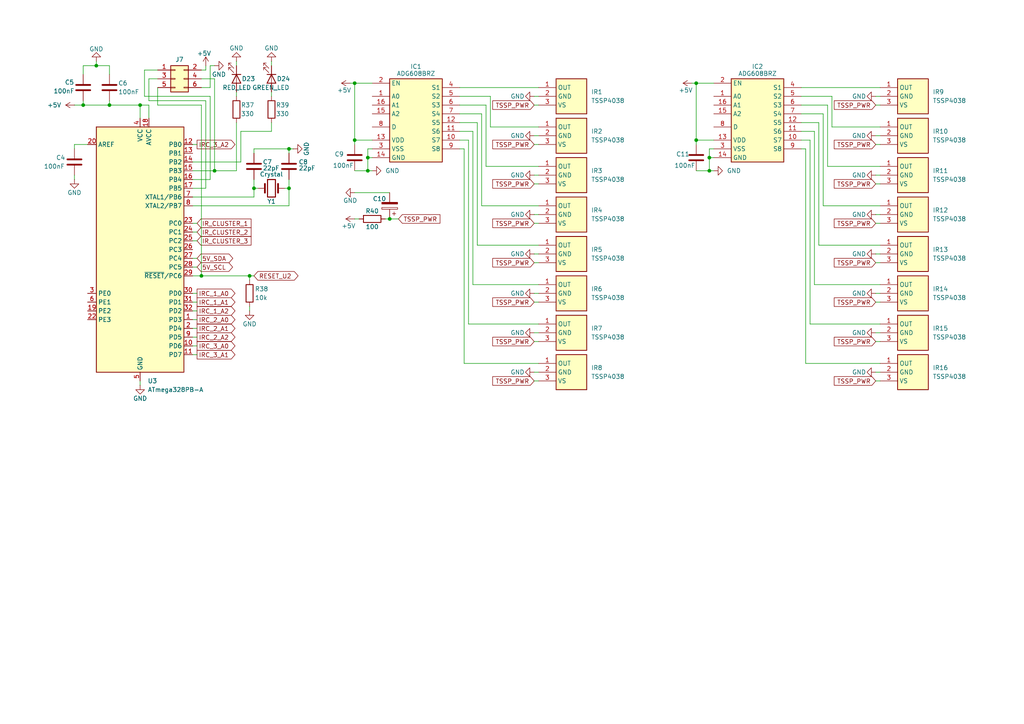
<source format=kicad_sch>
(kicad_sch (version 20250114) (generator "eeschema") (generator_version "9.0")
  (paper "A4")
  (lib_symbols
    (symbol "ADG608BRZ:ADG608BRZ"
      (property "Reference" "IC" (at 21.59 7.62 0))
      (property "Value" "ADG608BRZ" (at 21.59 5.08 0))
      (symbol "ADG608BRZ_1_1"
        (rectangle (start 5.08 2.54) (end 20.32 -21.59) (stroke (width 0.254)) (fill (type background)))
        (pin passive line (at 0 1.27 0) (length 5.08) (name "EN") (number "2"))
        (pin passive line (at 0 -2.54 0) (length 5.08) (name "A0") (number "1"))
        (pin passive line (at 0 -5.08 0) (length 5.08) (name "A1") (number "16"))
        (pin passive line (at 0 -7.62 0) (length 5.08) (name "A2") (number "15"))
        (pin passive line (at 0 -11.43 0) (length 5.08) (name "D") (number "8"))
        (pin passive line (at 0 -15.24 0) (length 5.08) (name "VDD") (number "13"))
        (pin passive line (at 0 -17.78 0) (length 5.08) (name "VSS") (number "3"))
        (pin passive line (at 0 -20.32 0) (length 5.08) (name "GND") (number "14"))
        (pin passive line (at 25.4 0 180) (length 5.08) (name "S1") (number "4"))
        (pin passive line (at 25.4 -2.54 180) (length 5.08) (name "S2") (number "5"))
        (pin passive line (at 25.4 -5.08 180) (length 5.08) (name "S3") (number "6"))
        (pin passive line (at 25.4 -7.62 180) (length 5.08) (name "S4") (number "7"))
        (pin passive line (at 25.4 -10.16 180) (length 5.08) (name "S5") (number "12"))
        (pin passive line (at 25.4 -12.7 180) (length 5.08) (name "S6") (number "11"))
        (pin passive line (at 25.4 -15.24 180) (length 5.08) (name "S7") (number "10"))
        (pin passive line (at 25.4 -17.78 180) (length 5.08) (name "S8") (number "9"))
      )
    )
    (symbol "Connector_Generic:Conn_02x03_Odd_Even" (pin_names (offset 1.016) (hide yes))
      (property "Reference" "J" (at 1.27 5.08 0))
      (property "Value" "Conn_02x03_Odd_Even" (at 1.27 -5.08 0))
      (symbol "Conn_02x03_Odd_Even_1_1"
        (rectangle (start -1.27 3.81) (end 3.81 -3.81) (stroke (width 0.254)) (fill (type background)))
        (rectangle (start -1.27 2.667) (end 0 2.413) (stroke (width 0.1524)))
        (rectangle (start -1.27 0.127) (end 0 -0.127) (stroke (width 0.1524)))
        (rectangle (start -1.27 -2.413) (end 0 -2.667) (stroke (width 0.1524)))
        (rectangle (start 3.81 2.667) (end 2.54 2.413) (stroke (width 0.1524)))
        (rectangle (start 3.81 0.127) (end 2.54 -0.127) (stroke (width 0.1524)))
        (rectangle (start 3.81 -2.413) (end 2.54 -2.667) (stroke (width 0.1524)))
        (pin passive line (at -5.08 2.54 0) (length 3.81) (name "Pin_1") (number "1"))
        (pin passive line (at -5.08 0 0) (length 3.81) (name "Pin_3") (number "3"))
        (pin passive line (at -5.08 -2.54 0) (length 3.81) (name "Pin_5") (number "5"))
        (pin passive line (at 7.62 2.54 180) (length 3.81) (name "Pin_2") (number "2"))
        (pin passive line (at 7.62 0 180) (length 3.81) (name "Pin_4") (number "4"))
        (pin passive line (at 7.62 -2.54 180) (length 3.81) (name "Pin_6") (number "6"))
      )
    )
    (symbol "Device:C" (pin_numbers (hide yes)) (pin_names (offset 0.254))
      (property "Reference" "C" (at 0.635 2.54 0))
      (property "Value" "C" (at 0.635 -2.54 0))
      (symbol "C_0_1"
        (polyline (pts (xy -2.032 0.762) (xy 2.032 0.762)) (stroke (width 0.508)))
        (polyline (pts (xy -2.032 -0.762) (xy 2.032 -0.762)) (stroke (width 0.508)))
      )
      (symbol "C_1_1"
        (pin passive line (at 0 3.81 270) (length 2.794) (name "~") (number "1"))
        (pin passive line (at 0 -3.81 90) (length 2.794) (name "~") (number "2"))
      )
    )
    (symbol "Device:C_Polarized" (pin_numbers (hide yes)) (pin_names (offset 0.254))
      (property "Reference" "C" (at 0.635 2.54 0))
      (property "Value" "C_Polarized" (at 0.635 -2.54 0))
      (symbol "C_Polarized_0_1"
        (rectangle (start -2.286 0.508) (end 2.286 1.016))
        (polyline (pts (xy -1.778 2.286) (xy -0.762 2.286)))
        (polyline (pts (xy -1.27 2.794) (xy -1.27 1.778)))
        (rectangle (start 2.286 -0.508) (end -2.286 -1.016) (fill (type outline)))
      )
      (symbol "C_Polarized_1_1"
        (pin passive line (at 0 3.81 270) (length 2.794) (name "~") (number "1"))
        (pin passive line (at 0 -3.81 90) (length 2.794) (name "~") (number "2"))
      )
    )
    (symbol "Device:Crystal" (pin_numbers (hide yes)) (pin_names (offset 1.016) (hide yes))
      (property "Reference" "Y" (at 0 3.81 0))
      (property "Value" "Crystal" (at 0 -3.81 0))
      (symbol "Crystal_0_1"
        (polyline (pts (xy -2.54 0) (xy -1.905 0)))
        (polyline (pts (xy -1.905 -1.27) (xy -1.905 1.27)) (stroke (width 0.508)))
        (rectangle (start -1.143 2.54) (end 1.143 -2.54) (stroke (width 0.3048)))
        (polyline (pts (xy 1.905 -1.27) (xy 1.905 1.27)) (stroke (width 0.508)))
        (polyline (pts (xy 2.54 0) (xy 1.905 0)))
      )
      (symbol "Crystal_1_1"
        (pin passive line (at -3.81 0 0) (length 1.27) (name "1") (number "1"))
        (pin passive line (at 3.81 0 180) (length 1.27) (name "2") (number "2"))
      )
    )
    (symbol "Device:LED" (pin_numbers (hide yes)) (pin_names (offset 1.016) (hide yes))
      (property "Reference" "D" (at 0 2.54 0))
      (property "Value" "LED" (at 0 -2.54 0))
      (symbol "LED_0_1"
        (polyline (pts (xy -3.048 -0.762) (xy -4.572 -2.286) (xy -3.81 -2.286) (xy -4.572 -2.286) (xy -4.572 -1.524)))
        (polyline (pts (xy -1.778 -0.762) (xy -3.302 -2.286) (xy -2.54 -2.286) (xy -3.302 -2.286) (xy -3.302 -1.524)))
        (polyline (pts (xy -1.27 0) (xy 1.27 0)))
        (polyline (pts (xy -1.27 -1.27) (xy -1.27 1.27)) (stroke (width 0.254)))
        (polyline (pts (xy 1.27 -1.27) (xy 1.27 1.27) (xy -1.27 0) (xy 1.27 -1.27)) (stroke (width 0.254)))
      )
      (symbol "LED_1_1"
        (pin passive line (at -3.81 0 0) (length 2.54) (name "K") (number "1"))
        (pin passive line (at 3.81 0 180) (length 2.54) (name "A") (number "2"))
      )
    )
    (symbol "Device:R" (pin_numbers (hide yes)) (pin_names (offset 0))
      (property "Reference" "R" (at 2.032 0 90))
      (property "Value" "R" (at 0 0 90))
      (symbol "R_0_1"
        (rectangle (start -1.016 -2.54) (end 1.016 2.54) (stroke (width 0.254)))
      )
      (symbol "R_1_1"
        (pin passive line (at 0 3.81 270) (length 1.27) (name "~") (number "1"))
        (pin passive line (at 0 -3.81 90) (length 1.27) (name "~") (number "2"))
      )
    )
    (symbol "MCU_Microchip_ATmega:ATmega328PB-A"
      (property "Reference" "U" (at -12.7 36.83 0))
      (property "Value" "ATmega328PB-A" (at 2.54 -36.83 0))
      (symbol "ATmega328PB-A_0_1"
        (rectangle (start -12.7 -35.56) (end 12.7 35.56) (stroke (width 0.254)) (fill (type background)))
      )
      (symbol "ATmega328PB-A_1_1"
        (pin passive line (at -15.24 30.48 0) (length 2.54) (name "AREF") (number "20"))
        (pin bidirectional line (at -15.24 -12.7 0) (length 2.54) (name "PE0") (number "3"))
        (pin bidirectional line (at -15.24 -15.24 0) (length 2.54) (name "PE1") (number "6"))
        (pin bidirectional line (at -15.24 -17.78 0) (length 2.54) (name "PE2") (number "19"))
        (pin bidirectional line (at -15.24 -20.32 0) (length 2.54) (name "PE3") (number "22"))
        (pin power_in line (at 0 38.1 270) (length 2.54) (name "VCC") (number "4"))
        (pin passive line (at 0 -38.1 90) (length 2.54) (hide yes) (name "GND") (number "21"))
        (pin power_in line (at 0 -38.1 90) (length 2.54) (name "GND") (number "5"))
        (pin power_in line (at 2.54 38.1 270) (length 2.54) (name "AVCC") (number "18"))
        (pin bidirectional line (at 15.24 30.48 180) (length 2.54) (name "PB0") (number "12"))
        (pin bidirectional line (at 15.24 27.94 180) (length 2.54) (name "PB1") (number "13"))
        (pin bidirectional line (at 15.24 25.4 180) (length 2.54) (name "PB2") (number "14"))
        (pin bidirectional line (at 15.24 22.86 180) (length 2.54) (name "PB3") (number "15"))
        (pin bidirectional line (at 15.24 20.32 180) (length 2.54) (name "PB4") (number "16"))
        (pin bidirectional line (at 15.24 17.78 180) (length 2.54) (name "PB5") (number "17"))
        (pin bidirectional line (at 15.24 15.24 180) (length 2.54) (name "XTAL1/PB6") (number "7"))
        (pin bidirectional line (at 15.24 12.7 180) (length 2.54) (name "XTAL2/PB7") (number "8"))
        (pin bidirectional line (at 15.24 7.62 180) (length 2.54) (name "PC0") (number "23"))
        (pin bidirectional line (at 15.24 5.08 180) (length 2.54) (name "PC1") (number "24"))
        (pin bidirectional line (at 15.24 2.54 180) (length 2.54) (name "PC2") (number "25"))
        (pin bidirectional line (at 15.24 0 180) (length 2.54) (name "PC3") (number "26"))
        (pin bidirectional line (at 15.24 -2.54 180) (length 2.54) (name "PC4") (number "27"))
        (pin bidirectional line (at 15.24 -5.08 180) (length 2.54) (name "PC5") (number "28"))
        (pin bidirectional line (at 15.24 -7.62 180) (length 2.54) (name "~{RESET}/PC6") (number "29"))
        (pin bidirectional line (at 15.24 -12.7 180) (length 2.54) (name "PD0") (number "30"))
        (pin bidirectional line (at 15.24 -15.24 180) (length 2.54) (name "PD1") (number "31"))
        (pin bidirectional line (at 15.24 -17.78 180) (length 2.54) (name "PD2") (number "32"))
        (pin bidirectional line (at 15.24 -20.32 180) (length 2.54) (name "PD3") (number "1"))
        (pin bidirectional line (at 15.24 -22.86 180) (length 2.54) (name "PD4") (number "2"))
        (pin bidirectional line (at 15.24 -25.4 180) (length 2.54) (name "PD5") (number "9"))
        (pin bidirectional line (at 15.24 -27.94 180) (length 2.54) (name "PD6") (number "10"))
        (pin bidirectional line (at 15.24 -30.48 180) (length 2.54) (name "PD7") (number "11"))
      )
    )
    (symbol "TSSP4038:TSSP4038"
      (property "Reference" "IC" (at 5.334 4.572 0))
      (property "Value" "TSSP4038" (at 4.826 -8.382 0))
      (symbol "TSSP4038_1_1"
        (rectangle (start 5.08 2.54) (end 13.97 -7.62) (stroke (width 0.254)) (fill (type background)))
        (pin passive line (at 0 0 0) (length 5.08) (name "OUT") (number "1"))
        (pin passive line (at 0 -2.54 0) (length 5.08) (name "GND") (number "2"))
        (pin passive line (at 0 -5.08 0) (length 5.08) (name "VS") (number "3"))
      )
    )
    (symbol "power:+5V" (power) (pin_numbers (hide yes)) (pin_names (offset 0) (hide yes))
      (property "Value" "+5V" (at 0 3.556 0))
      (symbol "+5V_0_1"
        (polyline (pts (xy -0.762 1.27) (xy 0 2.54)))
        (polyline (pts (xy 0 2.54) (xy 0.762 1.27)))
        (polyline (pts (xy 0 0) (xy 0 2.54)))
      )
      (symbol "+5V_1_1"
        (pin power_in line (at 0 0 90) (length 0) (name "~") (number "1"))
      )
    )
    (symbol "power:GND" (power) (pin_numbers (hide yes)) (pin_names (offset 0) (hide yes))
      (property "Value" "GND" (at 0 -3.81 0))
      (symbol "GND_0_1"
        (polyline (pts (xy 0 0) (xy 0 -1.27) (xy 1.27 -1.27) (xy 0 -2.54) (xy -1.27 -1.27) (xy 0 -1.27)))
      )
      (symbol "GND_1_1"
        (pin power_in line (at 0 0 270) (length 0) (name "~") (number "1"))
      )
    )
  )
  (junction (at 102.87 24.13))
  (junction (at 72.39 80.01))
  (junction (at 31.75 30.48))
  (junction (at 205.74 49.53))
  (junction (at 201.93 40.64))
  (junction (at 102.87 40.64))
  (junction (at 83.82 43.18))
  (junction (at 24.13 30.48))
  (junction (at 106.68 49.53))
  (junction (at 205.74 45.72))
  (junction (at 113.03 63.5))
  (junction (at 73.66 54.61))
  (junction (at 83.82 54.61))
  (junction (at 201.93 24.13))
  (junction (at 27.94 19.05))
  (junction (at 62.23 49.53))
  (junction (at 106.68 45.72))
  (junction (at 40.64 30.48))
  (junction (at 58.42 80.01))
  (wire (pts (xy 154.94 64.77) (xy 156.21 64.77)))
  (wire (pts (xy 72.39 81.28) (xy 72.39 80.01)))
  (wire (pts (xy 232.41 35.56) (xy 237.49 35.56)))
  (wire (pts (xy 205.74 45.72) (xy 205.74 43.18)))
  (wire (pts (xy 55.88 69.85) (xy 57.15 69.85)))
  (wire (pts (xy 45.72 25.4) (xy 45.72 30.48)))
  (wire (pts (xy 31.75 19.05) (xy 31.75 21.59)))
  (wire (pts (xy 24.13 21.59) (xy 24.13 19.05)))
  (wire (pts (xy 154.94 110.49) (xy 156.21 110.49)))
  (wire (pts (xy 60.96 19.05) (xy 62.23 19.05)))
  (wire (pts (xy 57.15 102.87) (xy 55.88 102.87)))
  (wire (pts (xy 154.94 107.95) (xy 156.21 107.95)))
  (wire (pts (xy 154.94 27.94) (xy 156.21 27.94)))
  (wire (pts (xy 255.27 36.83) (xy 241.3 36.83)))
  (wire (pts (xy 154.94 99.06) (xy 156.21 99.06)))
  (wire (pts (xy 156.21 59.69) (xy 139.7 59.69)))
  (wire (pts (xy 156.21 105.41) (xy 134.62 105.41)))
  (wire (pts (xy 69.85 46.99) (xy 69.85 38.1)))
  (wire (pts (xy 207.01 40.64) (xy 201.93 40.64)))
  (wire (pts (xy 40.64 110.49) (xy 40.64 111.76)))
  (wire (pts (xy 255.27 71.12) (xy 237.49 71.12)))
  (wire (pts (xy 83.82 59.69) (xy 83.82 54.61)))
  (wire (pts (xy 254 87.63) (xy 255.27 87.63)))
  (wire (pts (xy 60.96 52.07) (xy 60.96 27.94)))
  (wire (pts (xy 254 39.37) (xy 255.27 39.37)))
  (wire (pts (xy 102.87 55.88) (xy 113.03 55.88)))
  (wire (pts (xy 43.18 30.48) (xy 40.64 30.48)))
  (wire (pts (xy 200.66 24.13) (xy 201.93 24.13)))
  (wire (pts (xy 58.42 22.86) (xy 62.23 22.86)))
  (wire (pts (xy 57.15 95.25) (xy 55.88 95.25)))
  (wire (pts (xy 234.95 93.98) (xy 234.95 40.64)))
  (wire (pts (xy 55.88 67.31) (xy 57.15 67.31)))
  (wire (pts (xy 154.94 96.52) (xy 156.21 96.52)))
  (wire (pts (xy 43.18 22.86) (xy 45.72 22.86)))
  (wire (pts (xy 133.35 27.94) (xy 142.24 27.94)))
  (wire (pts (xy 40.64 34.29) (xy 40.64 30.48)))
  (wire (pts (xy 205.74 49.53) (xy 205.74 45.72)))
  (wire (pts (xy 83.82 43.18) (xy 73.66 43.18)))
  (wire (pts (xy 106.68 43.18) (xy 107.95 43.18)))
  (wire (pts (xy 154.94 41.91) (xy 156.21 41.91)))
  (wire (pts (xy 83.82 54.61) (xy 83.82 52.07)))
  (wire (pts (xy 57.15 100.33) (xy 55.88 100.33)))
  (wire (pts (xy 57.15 97.79) (xy 55.88 97.79)))
  (wire (pts (xy 59.69 20.32) (xy 58.42 20.32)))
  (wire (pts (xy 232.41 33.02) (xy 238.76 33.02)))
  (wire (pts (xy 60.96 25.4) (xy 58.42 25.4)))
  (wire (pts (xy 85.09 43.18) (xy 83.82 43.18)))
  (wire (pts (xy 254 41.91) (xy 255.27 41.91)))
  (wire (pts (xy 57.15 92.71) (xy 55.88 92.71)))
  (wire (pts (xy 106.68 45.72) (xy 106.68 43.18)))
  (wire (pts (xy 255.27 59.69) (xy 238.76 59.69)))
  (wire (pts (xy 154.94 87.63) (xy 156.21 87.63)))
  (wire (pts (xy 57.15 87.63) (xy 55.88 87.63)))
  (wire (pts (xy 78.74 38.1) (xy 78.74 35.56)))
  (wire (pts (xy 21.59 50.8) (xy 21.59 52.07)))
  (wire (pts (xy 133.35 25.4) (xy 156.21 25.4)))
  (wire (pts (xy 55.88 57.15) (xy 73.66 57.15)))
  (wire (pts (xy 156.21 36.83) (xy 142.24 36.83)))
  (wire (pts (xy 133.35 30.48) (xy 140.97 30.48)))
  (wire (pts (xy 133.35 38.1) (xy 137.16 38.1)))
  (wire (pts (xy 154.94 53.34) (xy 156.21 53.34)))
  (wire (pts (xy 139.7 59.69) (xy 139.7 33.02)))
  (wire (pts (xy 254 85.09) (xy 255.27 85.09)))
  (wire (pts (xy 111.76 63.5) (xy 113.03 63.5)))
  (wire (pts (xy 133.35 40.64) (xy 135.89 40.64)))
  (wire (pts (xy 59.69 20.32) (xy 59.69 19.05)))
  (wire (pts (xy 133.35 43.18) (xy 134.62 43.18)))
  (wire (pts (xy 237.49 71.12) (xy 237.49 35.56)))
  (wire (pts (xy 254 30.48) (xy 255.27 30.48)))
  (wire (pts (xy 107.95 49.53) (xy 106.68 49.53)))
  (wire (pts (xy 154.94 73.66) (xy 156.21 73.66)))
  (wire (pts (xy 255.27 105.41) (xy 233.68 105.41)))
  (wire (pts (xy 254 110.49) (xy 255.27 110.49)))
  (wire (pts (xy 134.62 105.41) (xy 134.62 43.18)))
  (wire (pts (xy 154.94 50.8) (xy 156.21 50.8)))
  (wire (pts (xy 55.88 59.69) (xy 83.82 59.69)))
  (wire (pts (xy 232.41 40.64) (xy 234.95 40.64)))
  (wire (pts (xy 102.87 49.53) (xy 106.68 49.53)))
  (wire (pts (xy 62.23 22.86) (xy 62.23 49.53)))
  (wire (pts (xy 21.59 30.48) (xy 24.13 30.48)))
  (wire (pts (xy 72.39 88.9) (xy 72.39 90.17)))
  (wire (pts (xy 43.18 34.29) (xy 43.18 30.48)))
  (wire (pts (xy 41.91 20.32) (xy 45.72 20.32)))
  (wire (pts (xy 207.01 24.13) (xy 201.93 24.13)))
  (wire (pts (xy 83.82 43.18) (xy 83.82 44.45)))
  (wire (pts (xy 73.66 57.15) (xy 73.66 54.61)))
  (wire (pts (xy 207.01 49.53) (xy 205.74 49.53)))
  (wire (pts (xy 62.23 49.53) (xy 68.58 49.53)))
  (wire (pts (xy 72.39 80.01) (xy 58.42 80.01)))
  (wire (pts (xy 60.96 19.05) (xy 60.96 25.4)))
  (wire (pts (xy 233.68 105.41) (xy 233.68 43.18)))
  (wire (pts (xy 156.21 48.26) (xy 140.97 48.26)))
  (wire (pts (xy 102.87 63.5) (xy 104.14 63.5)))
  (wire (pts (xy 78.74 17.78) (xy 78.74 19.05)))
  (wire (pts (xy 254 50.8) (xy 255.27 50.8)))
  (wire (pts (xy 83.82 54.61) (xy 82.55 54.61)))
  (wire (pts (xy 232.41 38.1) (xy 236.22 38.1)))
  (wire (pts (xy 73.66 43.18) (xy 73.66 44.45)))
  (wire (pts (xy 255.27 82.55) (xy 236.22 82.55)))
  (wire (pts (xy 24.13 19.05) (xy 27.94 19.05)))
  (wire (pts (xy 154.94 39.37) (xy 156.21 39.37)))
  (wire (pts (xy 241.3 36.83) (xy 241.3 27.94)))
  (wire (pts (xy 201.93 40.64) (xy 201.93 41.91)))
  (wire (pts (xy 140.97 48.26) (xy 140.97 30.48)))
  (wire (pts (xy 55.88 64.77) (xy 57.15 64.77)))
  (wire (pts (xy 156.21 93.98) (xy 135.89 93.98)))
  (wire (pts (xy 254 76.2) (xy 255.27 76.2)))
  (wire (pts (xy 58.42 30.48) (xy 58.42 80.01)))
  (wire (pts (xy 240.03 48.26) (xy 240.03 30.48)))
  (wire (pts (xy 201.93 49.53) (xy 205.74 49.53)))
  (wire (pts (xy 107.95 40.64) (xy 102.87 40.64)))
  (wire (pts (xy 254 64.77) (xy 255.27 64.77)))
  (wire (pts (xy 255.27 48.26) (xy 240.03 48.26)))
  (wire (pts (xy 238.76 59.69) (xy 238.76 33.02)))
  (wire (pts (xy 107.95 45.72) (xy 106.68 45.72)))
  (wire (pts (xy 78.74 26.67) (xy 78.74 27.94)))
  (wire (pts (xy 113.03 63.5) (xy 115.57 63.5)))
  (wire (pts (xy 45.72 30.48) (xy 58.42 30.48)))
  (wire (pts (xy 31.75 30.48) (xy 40.64 30.48)))
  (wire (pts (xy 254 73.66) (xy 255.27 73.66)))
  (wire (pts (xy 254 107.95) (xy 255.27 107.95)))
  (wire (pts (xy 142.24 36.83) (xy 142.24 27.94)))
  (wire (pts (xy 68.58 49.53) (xy 68.58 35.56)))
  (wire (pts (xy 232.41 25.4) (xy 255.27 25.4)))
  (wire (pts (xy 133.35 33.02) (xy 139.7 33.02)))
  (wire (pts (xy 57.15 74.93) (xy 55.88 74.93)))
  (wire (pts (xy 154.94 76.2) (xy 156.21 76.2)))
  (wire (pts (xy 41.91 27.94) (xy 41.91 20.32)))
  (wire (pts (xy 154.94 30.48) (xy 156.21 30.48)))
  (wire (pts (xy 43.18 29.21) (xy 43.18 22.86)))
  (wire (pts (xy 101.6 24.13) (xy 102.87 24.13)))
  (wire (pts (xy 24.13 30.48) (xy 31.75 30.48)))
  (wire (pts (xy 232.41 27.94) (xy 241.3 27.94)))
  (wire (pts (xy 205.74 43.18) (xy 207.01 43.18)))
  (wire (pts (xy 138.43 71.12) (xy 138.43 35.56)))
  (wire (pts (xy 232.41 30.48) (xy 240.03 30.48)))
  (wire (pts (xy 55.88 80.01) (xy 58.42 80.01)))
  (wire (pts (xy 21.59 41.91) (xy 25.4 41.91)))
  (wire (pts (xy 255.27 93.98) (xy 234.95 93.98)))
  (wire (pts (xy 74.93 54.61) (xy 73.66 54.61)))
  (wire (pts (xy 60.96 27.94) (xy 41.91 27.94)))
  (wire (pts (xy 137.16 82.55) (xy 137.16 38.1)))
  (wire (pts (xy 57.15 90.17) (xy 55.88 90.17)))
  (wire (pts (xy 154.94 62.23) (xy 156.21 62.23)))
  (wire (pts (xy 254 53.34) (xy 255.27 53.34)))
  (wire (pts (xy 68.58 26.67) (xy 68.58 27.94)))
  (wire (pts (xy 55.88 46.99) (xy 69.85 46.99)))
  (wire (pts (xy 55.88 49.53) (xy 62.23 49.53)))
  (wire (pts (xy 55.88 52.07) (xy 60.96 52.07)))
  (wire (pts (xy 57.15 85.09) (xy 55.88 85.09)))
  (wire (pts (xy 57.15 77.47) (xy 55.88 77.47)))
  (wire (pts (xy 207.01 45.72) (xy 205.74 45.72)))
  (wire (pts (xy 135.89 93.98) (xy 135.89 40.64)))
  (wire (pts (xy 133.35 35.56) (xy 138.43 35.56)))
  (wire (pts (xy 254 62.23) (xy 255.27 62.23)))
  (wire (pts (xy 254 27.94) (xy 255.27 27.94)))
  (wire (pts (xy 72.39 80.01) (xy 73.66 80.01)))
  (wire (pts (xy 201.93 24.13) (xy 201.93 40.64)))
  (wire (pts (xy 254 96.52) (xy 255.27 96.52)))
  (wire (pts (xy 107.95 24.13) (xy 102.87 24.13)))
  (wire (pts (xy 57.15 41.91) (xy 55.88 41.91)))
  (wire (pts (xy 73.66 54.61) (xy 73.66 52.07)))
  (wire (pts (xy 156.21 82.55) (xy 137.16 82.55)))
  (wire (pts (xy 236.22 82.55) (xy 236.22 38.1)))
  (wire (pts (xy 102.87 24.13) (xy 102.87 40.64)))
  (wire (pts (xy 102.87 40.64) (xy 102.87 41.91)))
  (wire (pts (xy 27.94 17.78) (xy 27.94 19.05)))
  (wire (pts (xy 156.21 71.12) (xy 138.43 71.12)))
  (wire (pts (xy 68.58 17.78) (xy 68.58 19.05)))
  (wire (pts (xy 31.75 29.21) (xy 31.75 30.48)))
  (wire (pts (xy 154.94 85.09) (xy 156.21 85.09)))
  (wire (pts (xy 27.94 19.05) (xy 31.75 19.05)))
  (wire (pts (xy 106.68 49.53) (xy 106.68 45.72)))
  (wire (pts (xy 254 99.06) (xy 255.27 99.06)))
  (wire (pts (xy 55.88 54.61) (xy 59.69 54.61)))
  (wire (pts (xy 59.69 29.21) (xy 59.69 54.61)))
  (wire (pts (xy 232.41 43.18) (xy 233.68 43.18)))
  (wire (pts (xy 24.13 30.48) (xy 24.13 29.21)))
  (wire (pts (xy 21.59 41.91) (xy 21.59 43.18)))
  (wire (pts (xy 69.85 38.1) (xy 78.74 38.1)))
  (wire (pts (xy 59.69 29.21) (xy 43.18 29.21)))
  (global_label "TSSP_PWR" (shape input) (at 154.94 30.48 180) (property "Intersheetrefs" "${INTERSHEET_REFS}" (effects (hide yes))))
  (global_label "IRC_3_A0" (shape output) (at 57.15 100.33 0) (property "Intersheetrefs" "${INTERSHEET_REFS}" (effects (hide yes))))
  (global_label "IR_CLUSTER_1" (shape input) (at 57.15 64.77 0) (property "Intersheetrefs" "${INTERSHEET_REFS}" (effects (hide yes))))
  (global_label "IRC_2_A2" (shape output) (at 57.15 97.79 0) (property "Intersheetrefs" "${INTERSHEET_REFS}" (effects (hide yes))))
  (global_label "TSSP_PWR" (shape input) (at 154.94 99.06 180) (property "Intersheetrefs" "${INTERSHEET_REFS}" (effects (hide yes))))
  (global_label "TSSP_PWR" (shape input) (at 154.94 53.34 180) (property "Intersheetrefs" "${INTERSHEET_REFS}" (effects (hide yes))))
  (global_label "IRC_3_A2" (shape output) (at 57.15 41.91 0) (property "Intersheetrefs" "${INTERSHEET_REFS}" (effects (hide yes))))
  (global_label "TSSP_PWR" (shape input) (at 254 53.34 180) (property "Intersheetrefs" "${INTERSHEET_REFS}" (effects (hide yes))))
  (global_label "IR_CLUSTER_3" (shape input) (at 57.15 69.85 0) (property "Intersheetrefs" "${INTERSHEET_REFS}" (effects (hide yes))))
  (global_label "IRC_1_A1" (shape output) (at 57.15 87.63 0) (property "Intersheetrefs" "${INTERSHEET_REFS}" (effects (hide yes))))
  (global_label "TSSP_PWR" (shape input) (at 154.94 110.49 180) (property "Intersheetrefs" "${INTERSHEET_REFS}" (effects (hide yes))))
  (global_label "TSSP_PWR" (shape input) (at 254 41.91 180) (property "Intersheetrefs" "${INTERSHEET_REFS}" (effects (hide yes))))
  (global_label "TSSP_PWR" (shape input) (at 254 76.2 180) (property "Intersheetrefs" "${INTERSHEET_REFS}" (effects (hide yes))))
  (global_label "TSSP_PWR" (shape input) (at 254 87.63 180) (property "Intersheetrefs" "${INTERSHEET_REFS}" (effects (hide yes))))
  (global_label "TSSP_PWR" (shape input) (at 254 64.77 180) (property "Intersheetrefs" "${INTERSHEET_REFS}" (effects (hide yes))))
  (global_label "IRC_2_A1" (shape output) (at 57.15 95.25 0) (property "Intersheetrefs" "${INTERSHEET_REFS}" (effects (hide yes))))
  (global_label "TSSP_PWR" (shape input) (at 254 110.49 180) (property "Intersheetrefs" "${INTERSHEET_REFS}" (effects (hide yes))))
  (global_label "TSSP_PWR" (shape input) (at 254 99.06 180) (property "Intersheetrefs" "${INTERSHEET_REFS}" (effects (hide yes))))
  (global_label "IRC_1_A2" (shape output) (at 57.15 90.17 0) (property "Intersheetrefs" "${INTERSHEET_REFS}" (effects (hide yes))))
  (global_label "IRC_1_A0" (shape output) (at 57.15 85.09 0) (property "Intersheetrefs" "${INTERSHEET_REFS}" (effects (hide yes))))
  (global_label "RESET_U2" (shape bidirectional) (at 73.66 80.01 0) (property "Intersheetrefs" "${INTERSHEET_REFS}" (effects (hide yes))))
  (global_label "5V_SCL" (shape bidirectional) (at 57.15 77.47 0) (property "Intersheetrefs" "${INTERSHEET_REFS}" (effects (hide yes))))
  (global_label "TSSP_PWR" (shape input) (at 115.57 63.5 0) (property "Intersheetrefs" "${INTERSHEET_REFS}" (effects (hide yes))))
  (global_label "5V_SDA" (shape bidirectional) (at 57.15 74.93 0) (property "Intersheetrefs" "${INTERSHEET_REFS}" (effects (hide yes))))
  (global_label "TSSP_PWR" (shape input) (at 154.94 41.91 180) (property "Intersheetrefs" "${INTERSHEET_REFS}" (effects (hide yes))))
  (global_label "TSSP_PWR" (shape input) (at 154.94 64.77 180) (property "Intersheetrefs" "${INTERSHEET_REFS}" (effects (hide yes))))
  (global_label "TSSP_PWR" (shape input) (at 254 30.48 180) (property "Intersheetrefs" "${INTERSHEET_REFS}" (effects (hide yes))))
  (global_label "TSSP_PWR" (shape input) (at 154.94 87.63 180) (property "Intersheetrefs" "${INTERSHEET_REFS}" (effects (hide yes))))
  (global_label "IRC_3_A1" (shape output) (at 57.15 102.87 0) (property "Intersheetrefs" "${INTERSHEET_REFS}" (effects (hide yes))))
  (global_label "IR_CLUSTER_2" (shape input) (at 57.15 67.31 0) (property "Intersheetrefs" "${INTERSHEET_REFS}" (effects (hide yes))))
  (global_label "TSSP_PWR" (shape input) (at 154.94 76.2 180) (property "Intersheetrefs" "${INTERSHEET_REFS}" (effects (hide yes))))
  (global_label "IRC_2_A0" (shape output) (at 57.15 92.71 0) (property "Intersheetrefs" "${INTERSHEET_REFS}" (effects (hide yes))))
  (symbol (lib_id "TSSP4038:TSSP4038") (at 255.27 36.83 0) (unit 1)
    (property "Reference" "IR10" (at 270.51 38.0999 0) (effects (justify left)))
    (property "Value" "TSSP4038" (at 270.51 40.6399 0) (effects (justify left)))
    (property "Footprint" "TSOP4038:TSSP4038" (effects (hide yes)))
    (property "Datasheet" "https://componentsearchengine.com/Datasheets/2/TSSP4038.pdf" (effects (hide yes)))
    (property "Description" "IR Receiver Module 38KHz 25m EMI 3-Pin Vishay TSSP4038, 38kHz IR Receiver, 950nm +/-45 , 25m Range, 2.5V - 5V, Through Hole, 6 x 3.9 x 6.95mm" (effects (hide yes)))
    (property "Mouser Part Number" "782-TSSP4038" (effects (hide yes)))
    (property "Mouser Price/Stock" "https://www.mouser.co.uk/ProductDetail/Vishay-Semiconductors/TSSP4038?qs=lgjwDzixuo3Ja5hn%252BEmOdw%3D%3D" (effects (hide yes)))
    (property "Manufacturer_Name" "Vishay" (effects (hide yes)))
    (property "Manufacturer_Part_Number" "TSSP4038" (effects (hide yes)))
  )
  (symbol (lib_id "power:+5V") (at 59.69 19.05 0) (unit 1)
    (property "Reference" "#PWR049" (effects (hide yes)))
    (property "Value" "+5V" (at 57.15 15.494 0) (effects (justify left)))
    (property "Description" "Power symbol creates a global label with name \"+5V\"" (effects (hide yes)))
  )
  (symbol (lib_id "power:GND") (at 154.94 50.8 270) (unit 1)
    (property "Reference" "#PWR061" (effects (hide yes)))
    (property "Value" "GND" (at 152.146 50.8 90) (effects (justify right)))
    (property "Description" "Power symbol creates a global label with name \"GND\" , ground" (effects (hide yes)))
  )
  (symbol (lib_id "power:+5V") (at 200.66 24.13 90) (unit 1)
    (property "Reference" "#PWR067" (effects (hide yes)))
    (property "Value" "+5V" (at 198.882 26.162 90))
    (property "Description" "Power symbol creates a global label with name \"+5V\"" (effects (hide yes)))
  )
  (symbol (lib_id "Device:C") (at 83.82 48.26 0) (unit 1)
    (property "Reference" "C8" (at 86.614 46.99 0) (effects (justify left)))
    (property "Value" "22pF" (at 86.614 48.768 0) (effects (justify left)))
    (property "Footprint" "Capacitor_SMD:C_0805_2012Metric_Pad1.18x1.45mm_HandSolder" (effects (hide yes)))
    (property "Description" "Unpolarized capacitor" (effects (hide yes)))
  )
  (symbol (lib_id "TSSP4038:TSSP4038") (at 156.21 36.83 0) (unit 1)
    (property "Reference" "IR2" (at 171.45 38.0999 0) (effects (justify left)))
    (property "Value" "TSSP4038" (at 171.45 40.6399 0) (effects (justify left)))
    (property "Footprint" "TSOP4038:TSSP4038" (effects (hide yes)))
    (property "Datasheet" "https://componentsearchengine.com/Datasheets/2/TSSP4038.pdf" (effects (hide yes)))
    (property "Description" "IR Receiver Module 38KHz 25m EMI 3-Pin Vishay TSSP4038, 38kHz IR Receiver, 950nm +/-45 , 25m Range, 2.5V - 5V, Through Hole, 6 x 3.9 x 6.95mm" (effects (hide yes)))
    (property "Mouser Part Number" "782-TSSP4038" (effects (hide yes)))
    (property "Mouser Price/Stock" "https://www.mouser.co.uk/ProductDetail/Vishay-Semiconductors/TSSP4038?qs=lgjwDzixuo3Ja5hn%252BEmOdw%3D%3D" (effects (hide yes)))
    (property "Manufacturer_Name" "Vishay" (effects (hide yes)))
    (property "Manufacturer_Part_Number" "TSSP4038" (effects (hide yes)))
  )
  (symbol (lib_id "Device:C") (at 102.87 45.72 0) (unit 1)
    (property "Reference" "C9" (at 97.028 44.704 0) (effects (justify left)))
    (property "Value" "100nF" (at 96.52 48.006 0) (effects (justify left)))
    (property "Footprint" "Capacitor_SMD:C_0805_2012Metric_Pad1.18x1.45mm_HandSolder" (effects (hide yes)))
    (property "Description" "Unpolarized capacitor" (effects (hide yes)))
  )
  (symbol (lib_id "power:GND") (at 254 107.95 270) (unit 1)
    (property "Reference" "#PWR076" (effects (hide yes)))
    (property "Value" "GND" (at 251.206 107.95 90) (effects (justify right)))
    (property "Description" "Power symbol creates a global label with name \"GND\" , ground" (effects (hide yes)))
  )
  (symbol (lib_id "power:+5V") (at 102.87 63.5 90) (unit 1)
    (property "Reference" "#PWR057" (effects (hide yes)))
    (property "Value" "+5V" (at 101.092 65.532 90))
    (property "Description" "Power symbol creates a global label with name \"+5V\"" (effects (hide yes)))
  )
  (symbol (lib_id "Device:C_Polarized") (at 113.03 59.69 180) (unit 1)
    (property "Reference" "C10" (at 112.014 57.658 0) (effects (justify left)))
    (property "Value" "4.7uF" (effects (hide yes)))
    (property "Footprint" "Capacitor_SMD:CP_Elec_4x5.4" (effects (hide yes)))
    (property "Description" "Polarized capacitor" (effects (hide yes)))
  )
  (symbol (lib_id "MCU_Microchip_ATmega:ATmega328PB-A") (at 40.64 72.39 0) (unit 1)
    (property "Reference" "U3" (at 42.8341 110.49 0) (effects (justify left)))
    (property "Value" "ATmega328PB-A" (at 42.8341 113.03 0) (effects (justify left)))
    (property "Footprint" "Package_QFP:TQFP-32_7x7mm_P0.8mm" (effects (hide yes)))
    (property "Datasheet" "http://ww1.microchip.com/downloads/en/DeviceDoc/40001906C.pdf" (effects (hide yes)))
    (property "Description" "20MHz, 32kB Flash, 2kB SRAM, 1kB EEPROM, TQFP-32" (effects (hide yes)))
  )
  (symbol (lib_id "power:GND") (at 62.23 19.05 90) (unit 1)
    (property "Reference" "#PWR050" (effects (hide yes)))
    (property "Value" "GND" (at 63.5 21.59 90))
    (property "Description" "Power symbol creates a global label with name \"GND\" , ground" (effects (hide yes)))
  )
  (symbol (lib_id "power:GND") (at 72.39 90.17 0) (unit 1)
    (property "Reference" "#PWR052" (effects (hide yes)))
    (property "Value" "GND" (at 72.39 93.98 0))
    (property "Description" "Power symbol creates a global label with name \"GND\" , ground" (effects (hide yes)))
  )
  (symbol (lib_id "power:GND") (at 254 39.37 270) (unit 1)
    (property "Reference" "#PWR070" (effects (hide yes)))
    (property "Value" "GND" (at 251.206 39.37 90) (effects (justify right)))
    (property "Description" "Power symbol creates a global label with name \"GND\" , ground" (effects (hide yes)))
  )
  (symbol (lib_id "power:GND") (at 154.94 107.95 270) (unit 1)
    (property "Reference" "#PWR066" (effects (hide yes)))
    (property "Value" "GND" (at 152.146 107.95 90) (effects (justify right)))
    (property "Description" "Power symbol creates a global label with name \"GND\" , ground" (effects (hide yes)))
  )
  (symbol (lib_id "power:GND") (at 207.01 49.53 90) (unit 1)
    (property "Reference" "#PWR068" (effects (hide yes)))
    (property "Value" "GND" (at 210.82 49.5299 90) (effects (justify right)))
    (property "Description" "Power symbol creates a global label with name \"GND\" , ground" (effects (hide yes)))
  )
  (symbol (lib_id "Device:C") (at 73.66 48.26 0) (unit 1)
    (property "Reference" "C7" (at 76.2 46.99 0) (effects (justify left)))
    (property "Value" "22pF" (at 76.2 48.768 0) (effects (justify left)))
    (property "Footprint" "Capacitor_SMD:C_0805_2012Metric_Pad1.18x1.45mm_HandSolder" (effects (hide yes)))
    (property "Description" "Unpolarized capacitor" (effects (hide yes)))
  )
  (symbol (lib_id "TSSP4038:TSSP4038") (at 255.27 71.12 0) (unit 1)
    (property "Reference" "IR13" (at 270.51 72.3899 0) (effects (justify left)))
    (property "Value" "TSSP4038" (at 270.51 74.9299 0) (effects (justify left)))
    (property "Footprint" "TSOP4038:TSSP4038" (effects (hide yes)))
    (property "Datasheet" "https://componentsearchengine.com/Datasheets/2/TSSP4038.pdf" (effects (hide yes)))
    (property "Description" "IR Receiver Module 38KHz 25m EMI 3-Pin Vishay TSSP4038, 38kHz IR Receiver, 950nm +/-45 , 25m Range, 2.5V - 5V, Through Hole, 6 x 3.9 x 6.95mm" (effects (hide yes)))
    (property "Mouser Part Number" "782-TSSP4038" (effects (hide yes)))
    (property "Mouser Price/Stock" "https://www.mouser.co.uk/ProductDetail/Vishay-Semiconductors/TSSP4038?qs=lgjwDzixuo3Ja5hn%252BEmOdw%3D%3D" (effects (hide yes)))
    (property "Manufacturer_Name" "Vishay" (effects (hide yes)))
    (property "Manufacturer_Part_Number" "TSSP4038" (effects (hide yes)))
  )
  (symbol (lib_id "ADG608BRZ:ADG608BRZ") (at 207.01 25.4 0) (unit 1)
    (property "Reference" "IC2" (at 219.71 19.304 0))
    (property "Value" "ADG608BRZ" (at 219.71 21.336 0))
    (property "Footprint" "ADG608BRZ:SOIC127P600X175-16N" (effects (hide yes)))
    (property "Datasheet" "https://datasheet.datasheetarchive.com/originals/distributors/Datasheets-1/DSA-1869.pdf" (effects (hide yes)))
    (property "Description" "Multiplexer Single 8:1, 3 V, 5 V, 16-Pin, SOIC" (effects (hide yes)))
    (property "Height" "1.75" (effects (hide yes)))
    (property "Mouser Part Number" "584-ADG608BRZ" (effects (hide yes)))
    (property "Mouser Price/Stock" "https://www.mouser.co.uk/ProductDetail/Analog-Devices/ADG608BRZ?qs=BpaRKvA4VqFG5CBlSGw%2FRg%3D%3D" (effects (hide yes)))
    (property "Manufacturer_Name" "Analog Devices" (effects (hide yes)))
    (property "Manufacturer_Part_Number" "ADG608BRZ" (effects (hide yes)))
  )
  (symbol (lib_id "power:GND") (at 254 73.66 270) (unit 1)
    (property "Reference" "#PWR073" (effects (hide yes)))
    (property "Value" "GND" (at 251.206 73.66 90) (effects (justify right)))
    (property "Description" "Power symbol creates a global label with name \"GND\" , ground" (effects (hide yes)))
  )
  (symbol (lib_id "Device:R") (at 72.39 85.09 0) (unit 1)
    (property "Reference" "R38" (at 73.914 83.82 0) (effects (justify left)))
    (property "Value" "10k" (at 73.914 86.36 0) (effects (justify left)))
    (property "Footprint" "Resistor_SMD:R_0805_2012Metric_Pad1.20x1.40mm_HandSolder" (effects (hide yes)))
    (property "Description" "Resistor" (effects (hide yes)))
  )
  (symbol (lib_id "power:+5V") (at 101.6 24.13 90) (unit 1)
    (property "Reference" "#PWR055" (effects (hide yes)))
    (property "Value" "+5V" (at 99.822 26.162 90))
    (property "Description" "Power symbol creates a global label with name \"+5V\"" (effects (hide yes)))
  )
  (symbol (lib_id "power:GND") (at 154.94 73.66 270) (unit 1)
    (property "Reference" "#PWR063" (effects (hide yes)))
    (property "Value" "GND" (at 152.146 73.66 90) (effects (justify right)))
    (property "Description" "Power symbol creates a global label with name \"GND\" , ground" (effects (hide yes)))
  )
  (symbol (lib_id "Device:C") (at 31.75 25.4 0) (unit 1)
    (property "Reference" "C6" (at 34.29 24.13 0) (effects (justify left)))
    (property "Value" "100nF" (at 34.29 26.67 0) (effects (justify left)))
    (property "Footprint" "Capacitor_SMD:C_0805_2012Metric_Pad1.18x1.45mm_HandSolder" (effects (hide yes)))
    (property "Description" "Unpolarized capacitor" (effects (hide yes)))
  )
  (symbol (lib_id "Device:R") (at 68.58 31.75 180) (unit 1)
    (property "Reference" "R37" (at 69.85 30.48 0) (effects (justify right)))
    (property "Value" "330" (at 69.85 33.02 0) (effects (justify right)))
    (property "Footprint" "Resistor_SMD:R_0805_2012Metric_Pad1.20x1.40mm_HandSolder" (effects (hide yes)))
    (property "Description" "Resistor" (effects (hide yes)))
  )
  (symbol (lib_id "Device:LED") (at 78.74 22.86 270) (unit 1)
    (property "Reference" "D24" (at 80.264 22.86 90) (effects (justify left)))
    (property "Value" "GREEN_LED" (at 73.152 25.4 90) (effects (justify left)))
    (property "Footprint" "LED_SMD:LED_0805_2012Metric_Pad1.15x1.40mm_HandSolder" (effects (hide yes)))
    (property "Description" "Light emitting diode" (effects (hide yes)))
  )
  (symbol (lib_id "power:GND") (at 254 85.09 270) (unit 1)
    (property "Reference" "#PWR074" (effects (hide yes)))
    (property "Value" "GND" (at 251.206 85.09 90) (effects (justify right)))
    (property "Description" "Power symbol creates a global label with name \"GND\" , ground" (effects (hide yes)))
  )
  (symbol (lib_id "TSSP4038:TSSP4038") (at 255.27 93.98 0) (unit 1)
    (property "Reference" "IR15" (at 270.51 95.2499 0) (effects (justify left)))
    (property "Value" "TSSP4038" (at 270.51 97.7899 0) (effects (justify left)))
    (property "Footprint" "TSOP4038:TSSP4038" (effects (hide yes)))
    (property "Datasheet" "https://componentsearchengine.com/Datasheets/2/TSSP4038.pdf" (effects (hide yes)))
    (property "Description" "IR Receiver Module 38KHz 25m EMI 3-Pin Vishay TSSP4038, 38kHz IR Receiver, 950nm +/-45 , 25m Range, 2.5V - 5V, Through Hole, 6 x 3.9 x 6.95mm" (effects (hide yes)))
    (property "Mouser Part Number" "782-TSSP4038" (effects (hide yes)))
    (property "Mouser Price/Stock" "https://www.mouser.co.uk/ProductDetail/Vishay-Semiconductors/TSSP4038?qs=lgjwDzixuo3Ja5hn%252BEmOdw%3D%3D" (effects (hide yes)))
    (property "Manufacturer_Name" "Vishay" (effects (hide yes)))
    (property "Manufacturer_Part_Number" "TSSP4038" (effects (hide yes)))
  )
  (symbol (lib_id "TSSP4038:TSSP4038") (at 156.21 59.69 0) (unit 1)
    (property "Reference" "IR4" (at 171.45 60.9599 0) (effects (justify left)))
    (property "Value" "TSSP4038" (at 171.45 63.4999 0) (effects (justify left)))
    (property "Footprint" "TSOP4038:TSSP4038" (effects (hide yes)))
    (property "Datasheet" "https://componentsearchengine.com/Datasheets/2/TSSP4038.pdf" (effects (hide yes)))
    (property "Description" "IR Receiver Module 38KHz 25m EMI 3-Pin Vishay TSSP4038, 38kHz IR Receiver, 950nm +/-45 , 25m Range, 2.5V - 5V, Through Hole, 6 x 3.9 x 6.95mm" (effects (hide yes)))
    (property "Mouser Part Number" "782-TSSP4038" (effects (hide yes)))
    (property "Mouser Price/Stock" "https://www.mouser.co.uk/ProductDetail/Vishay-Semiconductors/TSSP4038?qs=lgjwDzixuo3Ja5hn%252BEmOdw%3D%3D" (effects (hide yes)))
    (property "Manufacturer_Name" "Vishay" (effects (hide yes)))
    (property "Manufacturer_Part_Number" "TSSP4038" (effects (hide yes)))
  )
  (symbol (lib_id "TSSP4038:TSSP4038") (at 156.21 105.41 0) (unit 1)
    (property "Reference" "IR8" (at 171.45 106.6799 0) (effects (justify left)))
    (property "Value" "TSSP4038" (at 171.45 109.2199 0) (effects (justify left)))
    (property "Footprint" "TSOP4038:TSSP4038" (effects (hide yes)))
    (property "Datasheet" "https://componentsearchengine.com/Datasheets/2/TSSP4038.pdf" (effects (hide yes)))
    (property "Description" "IR Receiver Module 38KHz 25m EMI 3-Pin Vishay TSSP4038, 38kHz IR Receiver, 950nm +/-45 , 25m Range, 2.5V - 5V, Through Hole, 6 x 3.9 x 6.95mm" (effects (hide yes)))
    (property "Mouser Part Number" "782-TSSP4038" (effects (hide yes)))
    (property "Mouser Price/Stock" "https://www.mouser.co.uk/ProductDetail/Vishay-Semiconductors/TSSP4038?qs=lgjwDzixuo3Ja5hn%252BEmOdw%3D%3D" (effects (hide yes)))
    (property "Manufacturer_Name" "Vishay" (effects (hide yes)))
    (property "Manufacturer_Part_Number" "TSSP4038" (effects (hide yes)))
  )
  (symbol (lib_id "TSSP4038:TSSP4038") (at 156.21 48.26 0) (unit 1)
    (property "Reference" "IR3" (at 171.45 49.5299 0) (effects (justify left)))
    (property "Value" "TSSP4038" (at 171.45 52.0699 0) (effects (justify left)))
    (property "Footprint" "TSOP4038:TSSP4038" (effects (hide yes)))
    (property "Datasheet" "https://componentsearchengine.com/Datasheets/2/TSSP4038.pdf" (effects (hide yes)))
    (property "Description" "IR Receiver Module 38KHz 25m EMI 3-Pin Vishay TSSP4038, 38kHz IR Receiver, 950nm +/-45 , 25m Range, 2.5V - 5V, Through Hole, 6 x 3.9 x 6.95mm" (effects (hide yes)))
    (property "Mouser Part Number" "782-TSSP4038" (effects (hide yes)))
    (property "Mouser Price/Stock" "https://www.mouser.co.uk/ProductDetail/Vishay-Semiconductors/TSSP4038?qs=lgjwDzixuo3Ja5hn%252BEmOdw%3D%3D" (effects (hide yes)))
    (property "Manufacturer_Name" "Vishay" (effects (hide yes)))
    (property "Manufacturer_Part_Number" "TSSP4038" (effects (hide yes)))
  )
  (symbol (lib_id "power:GND") (at 154.94 62.23 270) (unit 1)
    (property "Reference" "#PWR062" (effects (hide yes)))
    (property "Value" "GND" (at 152.146 62.23 90) (effects (justify right)))
    (property "Description" "Power symbol creates a global label with name \"GND\" , ground" (effects (hide yes)))
  )
  (symbol (lib_id "power:GND") (at 154.94 85.09 270) (unit 1)
    (property "Reference" "#PWR064" (effects (hide yes)))
    (property "Value" "GND" (at 152.146 85.09 90) (effects (justify right)))
    (property "Description" "Power symbol creates a global label with name \"GND\" , ground" (effects (hide yes)))
  )
  (symbol (lib_id "power:GND") (at 254 50.8 270) (unit 1)
    (property "Reference" "#PWR071" (effects (hide yes)))
    (property "Value" "GND" (at 251.206 50.8 90) (effects (justify right)))
    (property "Description" "Power symbol creates a global label with name \"GND\" , ground" (effects (hide yes)))
  )
  (symbol (lib_id "power:GND") (at 102.87 55.88 270) (unit 1)
    (property "Reference" "#PWR056" (effects (hide yes)))
    (property "Value" "GND" (at 103.632 58.166 90) (effects (justify right)))
    (property "Description" "Power symbol creates a global label with name \"GND\" , ground" (effects (hide yes)))
  )
  (symbol (lib_id "Device:C") (at 21.59 46.99 0) (unit 1)
    (property "Reference" "C4" (at 16.256 45.72 0) (effects (justify left)))
    (property "Value" "100nF" (at 12.7 48.26 0) (effects (justify left)))
    (property "Footprint" "Capacitor_SMD:C_0805_2012Metric_Pad1.18x1.45mm_HandSolder" (effects (hide yes)))
    (property "Description" "Unpolarized capacitor" (effects (hide yes)))
  )
  (symbol (lib_id "Device:C") (at 201.93 45.72 0) (unit 1)
    (property "Reference" "C11" (at 196.088 44.704 0) (effects (justify left)))
    (property "Value" "100nF" (at 195.58 48.006 0) (effects (justify left)))
    (property "Footprint" "Capacitor_SMD:C_0805_2012Metric_Pad1.18x1.45mm_HandSolder" (effects (hide yes)))
    (property "Description" "Unpolarized capacitor" (effects (hide yes)))
  )
  (symbol (lib_id "power:GND") (at 78.74 17.78 180) (unit 1)
    (property "Reference" "#PWR053" (effects (hide yes)))
    (property "Value" "GND" (at 78.74 13.97 0))
    (property "Description" "Power symbol creates a global label with name \"GND\" , ground" (effects (hide yes)))
  )
  (symbol (lib_id "Device:Crystal") (at 78.74 54.61 180) (unit 1)
    (property "Reference" "Y1" (at 78.74 58.42 0))
    (property "Value" "Crystal" (at 78.74 50.546 0))
    (property "Footprint" "Crystal:Crystal_SMD_HC49-SD" (effects (hide yes)))
    (property "Description" "Two pin crystal" (effects (hide yes)))
  )
  (symbol (lib_id "power:GND") (at 68.58 17.78 180) (unit 1)
    (property "Reference" "#PWR051" (effects (hide yes)))
    (property "Value" "GND" (at 68.58 13.97 0))
    (property "Description" "Power symbol creates a global label with name \"GND\" , ground" (effects (hide yes)))
  )
  (symbol (lib_id "Connector_Generic:Conn_02x03_Odd_Even") (at 50.8 22.86 0) (unit 1)
    (property "Reference" "J7" (at 52.07 17.272 0))
    (property "Value" "Conn_02x03_Odd_Even" (effects (hide yes)))
    (property "Footprint" "Connector_IDC:IDC-Header_2x03_P2.54mm_Vertical_SMD" (effects (hide yes)))
    (property "Description" "Generic connector, double row, 02x03, odd/even pin numbering scheme (row 1 odd numbers, row 2 even numbers), script generated (kicad-library-utils/schlib/autogen/connector/)" (effects (hide yes)))
  )
  (symbol (lib_id "TSSP4038:TSSP4038") (at 156.21 93.98 0) (unit 1)
    (property "Reference" "IR7" (at 171.45 95.2499 0) (effects (justify left)))
    (property "Value" "TSSP4038" (at 171.45 97.7899 0) (effects (justify left)))
    (property "Footprint" "TSOP4038:TSSP4038" (effects (hide yes)))
    (property "Datasheet" "https://componentsearchengine.com/Datasheets/2/TSSP4038.pdf" (effects (hide yes)))
    (property "Description" "IR Receiver Module 38KHz 25m EMI 3-Pin Vishay TSSP4038, 38kHz IR Receiver, 950nm +/-45 , 25m Range, 2.5V - 5V, Through Hole, 6 x 3.9 x 6.95mm" (effects (hide yes)))
    (property "Mouser Part Number" "782-TSSP4038" (effects (hide yes)))
    (property "Mouser Price/Stock" "https://www.mouser.co.uk/ProductDetail/Vishay-Semiconductors/TSSP4038?qs=lgjwDzixuo3Ja5hn%252BEmOdw%3D%3D" (effects (hide yes)))
    (property "Manufacturer_Name" "Vishay" (effects (hide yes)))
    (property "Manufacturer_Part_Number" "TSSP4038" (effects (hide yes)))
  )
  (symbol (lib_id "power:GND") (at 40.64 111.76 0) (unit 1)
    (property "Reference" "#PWR048" (effects (hide yes)))
    (property "Value" "GND" (at 40.64 115.57 0))
    (property "Description" "Power symbol creates a global label with name \"GND\" , ground" (effects (hide yes)))
  )
  (symbol (lib_id "power:GND") (at 254 96.52 270) (unit 1)
    (property "Reference" "#PWR075" (effects (hide yes)))
    (property "Value" "GND" (at 251.206 96.52 90) (effects (justify right)))
    (property "Description" "Power symbol creates a global label with name \"GND\" , ground" (effects (hide yes)))
  )
  (symbol (lib_id "TSSP4038:TSSP4038") (at 156.21 71.12 0) (unit 1)
    (property "Reference" "IR5" (at 171.45 72.3899 0) (effects (justify left)))
    (property "Value" "TSSP4038" (at 171.45 74.9299 0) (effects (justify left)))
    (property "Footprint" "TSOP4038:TSSP4038" (effects (hide yes)))
    (property "Datasheet" "https://componentsearchengine.com/Datasheets/2/TSSP4038.pdf" (effects (hide yes)))
    (property "Description" "IR Receiver Module 38KHz 25m EMI 3-Pin Vishay TSSP4038, 38kHz IR Receiver, 950nm +/-45 , 25m Range, 2.5V - 5V, Through Hole, 6 x 3.9 x 6.95mm" (effects (hide yes)))
    (property "Mouser Part Number" "782-TSSP4038" (effects (hide yes)))
    (property "Mouser Price/Stock" "https://www.mouser.co.uk/ProductDetail/Vishay-Semiconductors/TSSP4038?qs=lgjwDzixuo3Ja5hn%252BEmOdw%3D%3D" (effects (hide yes)))
    (property "Manufacturer_Name" "Vishay" (effects (hide yes)))
    (property "Manufacturer_Part_Number" "TSSP4038" (effects (hide yes)))
  )
  (symbol (lib_id "power:+5V") (at 21.59 30.48 90) (unit 1)
    (property "Reference" "#PWR045" (effects (hide yes)))
    (property "Value" "+5V" (at 17.78 30.4799 90) (effects (justify left)))
    (property "Description" "Power symbol creates a global label with name \"+5V\"" (effects (hide yes)))
  )
  (symbol (lib_id "Device:R") (at 107.95 63.5 90) (unit 1)
    (property "Reference" "R40" (at 107.95 61.214 90))
    (property "Value" "100" (at 107.95 65.786 90))
    (property "Footprint" "Resistor_SMD:R_0805_2012Metric_Pad1.20x1.40mm_HandSolder" (effects (hide yes)))
    (property "Description" "Resistor" (effects (hide yes)))
  )
  (symbol (lib_id "Device:R") (at 78.74 31.75 180) (unit 1)
    (property "Reference" "R39" (at 80.01 30.48 0) (effects (justify right)))
    (property "Value" "330" (at 80.01 33.02 0) (effects (justify right)))
    (property "Footprint" "Resistor_SMD:R_0805_2012Metric_Pad1.20x1.40mm_HandSolder" (effects (hide yes)))
    (property "Description" "Resistor" (effects (hide yes)))
  )
  (symbol (lib_id "TSSP4038:TSSP4038") (at 255.27 59.69 0) (unit 1)
    (property "Reference" "IR12" (at 270.51 60.9599 0) (effects (justify left)))
    (property "Value" "TSSP4038" (at 270.51 63.4999 0) (effects (justify left)))
    (property "Footprint" "TSOP4038:TSSP4038" (effects (hide yes)))
    (property "Datasheet" "https://componentsearchengine.com/Datasheets/2/TSSP4038.pdf" (effects (hide yes)))
    (property "Description" "IR Receiver Module 38KHz 25m EMI 3-Pin Vishay TSSP4038, 38kHz IR Receiver, 950nm +/-45 , 25m Range, 2.5V - 5V, Through Hole, 6 x 3.9 x 6.95mm" (effects (hide yes)))
    (property "Mouser Part Number" "782-TSSP4038" (effects (hide yes)))
    (property "Mouser Price/Stock" "https://www.mouser.co.uk/ProductDetail/Vishay-Semiconductors/TSSP4038?qs=lgjwDzixuo3Ja5hn%252BEmOdw%3D%3D" (effects (hide yes)))
    (property "Manufacturer_Name" "Vishay" (effects (hide yes)))
    (property "Manufacturer_Part_Number" "TSSP4038" (effects (hide yes)))
  )
  (symbol (lib_id "power:GND") (at 254 27.94 270) (unit 1)
    (property "Reference" "#PWR069" (effects (hide yes)))
    (property "Value" "GND" (at 251.206 27.94 90) (effects (justify right)))
    (property "Description" "Power symbol creates a global label with name \"GND\" , ground" (effects (hide yes)))
  )
  (symbol (lib_id "TSSP4038:TSSP4038") (at 255.27 82.55 0) (unit 1)
    (property "Reference" "IR14" (at 270.51 83.8199 0) (effects (justify left)))
    (property "Value" "TSSP4038" (at 270.51 86.3599 0) (effects (justify left)))
    (property "Footprint" "TSOP4038:TSSP4038" (effects (hide yes)))
    (property "Datasheet" "https://componentsearchengine.com/Datasheets/2/TSSP4038.pdf" (effects (hide yes)))
    (property "Description" "IR Receiver Module 38KHz 25m EMI 3-Pin Vishay TSSP4038, 38kHz IR Receiver, 950nm +/-45 , 25m Range, 2.5V - 5V, Through Hole, 6 x 3.9 x 6.95mm" (effects (hide yes)))
    (property "Mouser Part Number" "782-TSSP4038" (effects (hide yes)))
    (property "Mouser Price/Stock" "https://www.mouser.co.uk/ProductDetail/Vishay-Semiconductors/TSSP4038?qs=lgjwDzixuo3Ja5hn%252BEmOdw%3D%3D" (effects (hide yes)))
    (property "Manufacturer_Name" "Vishay" (effects (hide yes)))
    (property "Manufacturer_Part_Number" "TSSP4038" (effects (hide yes)))
  )
  (symbol (lib_id "TSSP4038:TSSP4038") (at 156.21 25.4 0) (unit 1)
    (property "Reference" "IR1" (at 171.45 26.6699 0) (effects (justify left)))
    (property "Value" "TSSP4038" (at 171.45 29.2099 0) (effects (justify left)))
    (property "Footprint" "TSOP4038:TSSP4038" (effects (hide yes)))
    (property "Datasheet" "https://componentsearchengine.com/Datasheets/2/TSSP4038.pdf" (effects (hide yes)))
    (property "Description" "IR Receiver Module 38KHz 25m EMI 3-Pin Vishay TSSP4038, 38kHz IR Receiver, 950nm +/-45 , 25m Range, 2.5V - 5V, Through Hole, 6 x 3.9 x 6.95mm" (effects (hide yes)))
    (property "Mouser Part Number" "782-TSSP4038" (effects (hide yes)))
    (property "Mouser Price/Stock" "https://www.mouser.co.uk/ProductDetail/Vishay-Semiconductors/TSSP4038?qs=lgjwDzixuo3Ja5hn%252BEmOdw%3D%3D" (effects (hide yes)))
    (property "Manufacturer_Name" "Vishay" (effects (hide yes)))
    (property "Manufacturer_Part_Number" "TSSP4038" (effects (hide yes)))
  )
  (symbol (lib_id "power:GND") (at 154.94 96.52 270) (unit 1)
    (property "Reference" "#PWR065" (effects (hide yes)))
    (property "Value" "GND" (at 152.146 96.52 90) (effects (justify right)))
    (property "Description" "Power symbol creates a global label with name \"GND\" , ground" (effects (hide yes)))
  )
  (symbol (lib_id "power:GND") (at 154.94 39.37 270) (unit 1)
    (property "Reference" "#PWR060" (effects (hide yes)))
    (property "Value" "GND" (at 152.146 39.37 90) (effects (justify right)))
    (property "Description" "Power symbol creates a global label with name \"GND\" , ground" (effects (hide yes)))
  )
  (symbol (lib_id "TSSP4038:TSSP4038") (at 156.21 82.55 0) (unit 1)
    (property "Reference" "IR6" (at 171.45 83.8199 0) (effects (justify left)))
    (property "Value" "TSSP4038" (at 171.45 86.3599 0) (effects (justify left)))
    (property "Footprint" "TSOP4038:TSSP4038" (effects (hide yes)))
    (property "Datasheet" "https://componentsearchengine.com/Datasheets/2/TSSP4038.pdf" (effects (hide yes)))
    (property "Description" "IR Receiver Module 38KHz 25m EMI 3-Pin Vishay TSSP4038, 38kHz IR Receiver, 950nm +/-45 , 25m Range, 2.5V - 5V, Through Hole, 6 x 3.9 x 6.95mm" (effects (hide yes)))
    (property "Mouser Part Number" "782-TSSP4038" (effects (hide yes)))
    (property "Mouser Price/Stock" "https://www.mouser.co.uk/ProductDetail/Vishay-Semiconductors/TSSP4038?qs=lgjwDzixuo3Ja5hn%252BEmOdw%3D%3D" (effects (hide yes)))
    (property "Manufacturer_Name" "Vishay" (effects (hide yes)))
    (property "Manufacturer_Part_Number" "TSSP4038" (effects (hide yes)))
  )
  (symbol (lib_id "TSSP4038:TSSP4038") (at 255.27 105.41 0) (unit 1)
    (property "Reference" "IR16" (at 270.51 106.6799 0) (effects (justify left)))
    (property "Value" "TSSP4038" (at 270.51 109.2199 0) (effects (justify left)))
    (property "Footprint" "TSOP4038:TSSP4038" (effects (hide yes)))
    (property "Datasheet" "https://componentsearchengine.com/Datasheets/2/TSSP4038.pdf" (effects (hide yes)))
    (property "Description" "IR Receiver Module 38KHz 25m EMI 3-Pin Vishay TSSP4038, 38kHz IR Receiver, 950nm +/-45 , 25m Range, 2.5V - 5V, Through Hole, 6 x 3.9 x 6.95mm" (effects (hide yes)))
    (property "Mouser Part Number" "782-TSSP4038" (effects (hide yes)))
    (property "Mouser Price/Stock" "https://www.mouser.co.uk/ProductDetail/Vishay-Semiconductors/TSSP4038?qs=lgjwDzixuo3Ja5hn%252BEmOdw%3D%3D" (effects (hide yes)))
    (property "Manufacturer_Name" "Vishay" (effects (hide yes)))
    (property "Manufacturer_Part_Number" "TSSP4038" (effects (hide yes)))
  )
  (symbol (lib_id "power:GND") (at 154.94 27.94 270) (unit 1)
    (property "Reference" "#PWR059" (effects (hide yes)))
    (property "Value" "GND" (at 152.146 27.94 90) (effects (justify right)))
    (property "Description" "Power symbol creates a global label with name \"GND\" , ground" (effects (hide yes)))
  )
  (symbol (lib_id "TSSP4038:TSSP4038") (at 255.27 25.4 0) (unit 1)
    (property "Reference" "IR9" (at 270.51 26.6699 0) (effects (justify left)))
    (property "Value" "TSSP4038" (at 270.51 29.2099 0) (effects (justify left)))
    (property "Footprint" "TSOP4038:TSSP4038" (effects (hide yes)))
    (property "Datasheet" "https://componentsearchengine.com/Datasheets/2/TSSP4038.pdf" (effects (hide yes)))
    (property "Description" "IR Receiver Module 38KHz 25m EMI 3-Pin Vishay TSSP4038, 38kHz IR Receiver, 950nm +/-45 , 25m Range, 2.5V - 5V, Through Hole, 6 x 3.9 x 6.95mm" (effects (hide yes)))
    (property "Mouser Part Number" "782-TSSP4038" (effects (hide yes)))
    (property "Mouser Price/Stock" "https://www.mouser.co.uk/ProductDetail/Vishay-Semiconductors/TSSP4038?qs=lgjwDzixuo3Ja5hn%252BEmOdw%3D%3D" (effects (hide yes)))
    (property "Manufacturer_Name" "Vishay" (effects (hide yes)))
    (property "Manufacturer_Part_Number" "TSSP4038" (effects (hide yes)))
  )
  (symbol (lib_id "ADG608BRZ:ADG608BRZ") (at 107.95 25.4 0) (unit 1)
    (property "Reference" "IC1" (at 120.65 19.304 0))
    (property "Value" "ADG608BRZ" (at 120.65 21.336 0))
    (property "Footprint" "ADG608BRZ:SOIC127P600X175-16N" (effects (hide yes)))
    (property "Datasheet" "https://datasheet.datasheetarchive.com/originals/distributors/Datasheets-1/DSA-1869.pdf" (effects (hide yes)))
    (property "Description" "Multiplexer Single 8:1, 3 V, 5 V, 16-Pin, SOIC" (effects (hide yes)))
    (property "Height" "1.75" (effects (hide yes)))
    (property "Mouser Part Number" "584-ADG608BRZ" (effects (hide yes)))
    (property "Mouser Price/Stock" "https://www.mouser.co.uk/ProductDetail/Analog-Devices/ADG608BRZ?qs=BpaRKvA4VqFG5CBlSGw%2FRg%3D%3D" (effects (hide yes)))
    (property "Manufacturer_Name" "Analog Devices" (effects (hide yes)))
    (property "Manufacturer_Part_Number" "ADG608BRZ" (effects (hide yes)))
  )
  (symbol (lib_id "Device:C") (at 24.13 25.4 0) (unit 1)
    (property "Reference" "C5" (at 18.796 23.876 0) (effects (justify left)))
    (property "Value" "100nF" (at 15.494 26.416 0) (effects (justify left)))
    (property "Footprint" "Capacitor_SMD:C_0805_2012Metric_Pad1.18x1.45mm_HandSolder" (effects (hide yes)))
    (property "Description" "Unpolarized capacitor" (effects (hide yes)))
  )
  (symbol (lib_id "TSSP4038:TSSP4038") (at 255.27 48.26 0) (unit 1)
    (property "Reference" "IR11" (at 270.51 49.5299 0) (effects (justify left)))
    (property "Value" "TSSP4038" (at 270.51 52.0699 0) (effects (justify left)))
    (property "Footprint" "TSOP4038:TSSP4038" (effects (hide yes)))
    (property "Datasheet" "https://componentsearchengine.com/Datasheets/2/TSSP4038.pdf" (effects (hide yes)))
    (property "Description" "IR Receiver Module 38KHz 25m EMI 3-Pin Vishay TSSP4038, 38kHz IR Receiver, 950nm +/-45 , 25m Range, 2.5V - 5V, Through Hole, 6 x 3.9 x 6.95mm" (effects (hide yes)))
    (property "Mouser Part Number" "782-TSSP4038" (effects (hide yes)))
    (property "Mouser Price/Stock" "https://www.mouser.co.uk/ProductDetail/Vishay-Semiconductors/TSSP4038?qs=lgjwDzixuo3Ja5hn%252BEmOdw%3D%3D" (effects (hide yes)))
    (property "Manufacturer_Name" "Vishay" (effects (hide yes)))
    (property "Manufacturer_Part_Number" "TSSP4038" (effects (hide yes)))
  )
  (symbol (lib_id "power:GND") (at 85.09 43.18 90) (unit 1)
    (property "Reference" "#PWR054" (effects (hide yes)))
    (property "Value" "GND" (at 88.9 43.18 0))
    (property "Description" "Power symbol creates a global label with name \"GND\" , ground" (effects (hide yes)))
  )
  (symbol (lib_id "power:GND") (at 21.59 52.07 0) (unit 1)
    (property "Reference" "#PWR046" (effects (hide yes)))
    (property "Value" "GND" (at 21.59 55.88 0))
    (property "Description" "Power symbol creates a global label with name \"GND\" , ground" (effects (hide yes)))
  )
  (symbol (lib_id "power:GND") (at 254 62.23 270) (unit 1)
    (property "Reference" "#PWR072" (effects (hide yes)))
    (property "Value" "GND" (at 251.206 62.23 90) (effects (justify right)))
    (property "Description" "Power symbol creates a global label with name \"GND\" , ground" (effects (hide yes)))
  )
  (symbol (lib_id "Device:LED") (at 68.58 22.86 270) (unit 1)
    (property "Reference" "D23" (at 70.104 22.86 90) (effects (justify left)))
    (property "Value" "RED_LED" (at 64.516 25.4 90) (effects (justify left)))
    (property "Footprint" "LED_SMD:LED_0805_2012Metric_Pad1.15x1.40mm_HandSolder" (effects (hide yes)))
    (property "Description" "Light emitting diode" (effects (hide yes)))
  )
  (symbol (lib_id "power:GND") (at 107.95 49.53 90) (unit 1)
    (property "Reference" "#PWR058" (effects (hide yes)))
    (property "Value" "GND" (at 111.76 49.5299 90) (effects (justify right)))
    (property "Description" "Power symbol creates a global label with name \"GND\" , ground" (effects (hide yes)))
  )
  (symbol (lib_id "power:GND") (at 27.94 17.78 180) (unit 1)
    (property "Reference" "#PWR047" (effects (hide yes)))
    (property "Value" "GND" (at 27.94 14.224 0))
    (property "Description" "Power symbol creates a global label with name \"GND\" , ground" (effects (hide yes)))
  )
)
</source>
